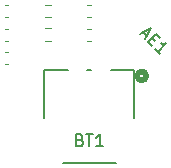
<source format=gbr>
%TF.GenerationSoftware,KiCad,Pcbnew,8.0.1-rc1*%
%TF.CreationDate,2024-05-21T21:17:26-06:00*%
%TF.ProjectId,screamer,73637265-616d-4657-922e-6b696361645f,V0.1.1*%
%TF.SameCoordinates,Original*%
%TF.FileFunction,Legend,Top*%
%TF.FilePolarity,Positive*%
%FSLAX46Y46*%
G04 Gerber Fmt 4.6, Leading zero omitted, Abs format (unit mm)*
G04 Created by KiCad (PCBNEW 8.0.1-rc1) date 2024-05-21 21:17:26*
%MOMM*%
%LPD*%
G01*
G04 APERTURE LIST*
%ADD10C,0.150000*%
%ADD11C,0.152400*%
%ADD12C,0.508000*%
%ADD13C,0.120000*%
G04 APERTURE END LIST*
D10*
X158214284Y-97931010D02*
X158357141Y-97978629D01*
X158357141Y-97978629D02*
X158404760Y-98026248D01*
X158404760Y-98026248D02*
X158452379Y-98121486D01*
X158452379Y-98121486D02*
X158452379Y-98264343D01*
X158452379Y-98264343D02*
X158404760Y-98359581D01*
X158404760Y-98359581D02*
X158357141Y-98407201D01*
X158357141Y-98407201D02*
X158261903Y-98454820D01*
X158261903Y-98454820D02*
X157880951Y-98454820D01*
X157880951Y-98454820D02*
X157880951Y-97454820D01*
X157880951Y-97454820D02*
X158214284Y-97454820D01*
X158214284Y-97454820D02*
X158309522Y-97502439D01*
X158309522Y-97502439D02*
X158357141Y-97550058D01*
X158357141Y-97550058D02*
X158404760Y-97645296D01*
X158404760Y-97645296D02*
X158404760Y-97740534D01*
X158404760Y-97740534D02*
X158357141Y-97835772D01*
X158357141Y-97835772D02*
X158309522Y-97883391D01*
X158309522Y-97883391D02*
X158214284Y-97931010D01*
X158214284Y-97931010D02*
X157880951Y-97931010D01*
X158738094Y-97454820D02*
X159309522Y-97454820D01*
X159023808Y-98454820D02*
X159023808Y-97454820D01*
X160166665Y-98454820D02*
X159595237Y-98454820D01*
X159880951Y-98454820D02*
X159880951Y-97454820D01*
X159880951Y-97454820D02*
X159785713Y-97597677D01*
X159785713Y-97597677D02*
X159690475Y-97692915D01*
X159690475Y-97692915D02*
X159595237Y-97740534D01*
X163555466Y-88794617D02*
X163892184Y-89131334D01*
X163286092Y-88929304D02*
X164228901Y-88457899D01*
X164228901Y-88457899D02*
X163757497Y-89400708D01*
X164363589Y-89266021D02*
X164599291Y-89501723D01*
X164329917Y-89973128D02*
X163993199Y-89636410D01*
X163993199Y-89636410D02*
X164700306Y-88929304D01*
X164700306Y-88929304D02*
X165037024Y-89266021D01*
X165003352Y-90646563D02*
X164599291Y-90242502D01*
X164801321Y-90444533D02*
X165508428Y-89737426D01*
X165508428Y-89737426D02*
X165340069Y-89771098D01*
X165340069Y-89771098D02*
X165205382Y-89771098D01*
X165205382Y-89771098D02*
X165104367Y-89737426D01*
D11*
%TO.C,BT1*%
X155177300Y-92028401D02*
X155177300Y-96028060D01*
X156747709Y-99877001D02*
X161252291Y-99877001D01*
X157171959Y-92028401D02*
X155177300Y-92028401D01*
X159171961Y-92028401D02*
X158828039Y-92028401D01*
X162822700Y-92028401D02*
X160828041Y-92028401D01*
X162822700Y-96028060D02*
X162822700Y-92028401D01*
D12*
X163838700Y-92500000D02*
G75*
G02*
X163076700Y-92500000I-381000J0D01*
G01*
X163076700Y-92500000D02*
G75*
G02*
X163838700Y-92500000I381000J0D01*
G01*
D13*
%TO.C,C5*%
X152140580Y-90490000D02*
X151859420Y-90490000D01*
X152140580Y-91510000D02*
X151859420Y-91510000D01*
%TO.C,C4*%
X152140580Y-88490000D02*
X151859420Y-88490000D01*
X152140580Y-89510000D02*
X151859420Y-89510000D01*
%TO.C,R2*%
X155737258Y-88477500D02*
X155262742Y-88477500D01*
X155737258Y-89522500D02*
X155262742Y-89522500D01*
%TO.C,C1*%
X158859420Y-88490000D02*
X159140580Y-88490000D01*
X158859420Y-89510000D02*
X159140580Y-89510000D01*
%TO.C,C2*%
X158859420Y-86490000D02*
X159140580Y-86490000D01*
X158859420Y-87510000D02*
X159140580Y-87510000D01*
%TO.C,R1*%
X155262742Y-86477500D02*
X155737258Y-86477500D01*
X155262742Y-87522500D02*
X155737258Y-87522500D01*
%TO.C,C3*%
X152140580Y-86490000D02*
X151859420Y-86490000D01*
X152140580Y-87510000D02*
X151859420Y-87510000D01*
%TD*%
M02*

</source>
